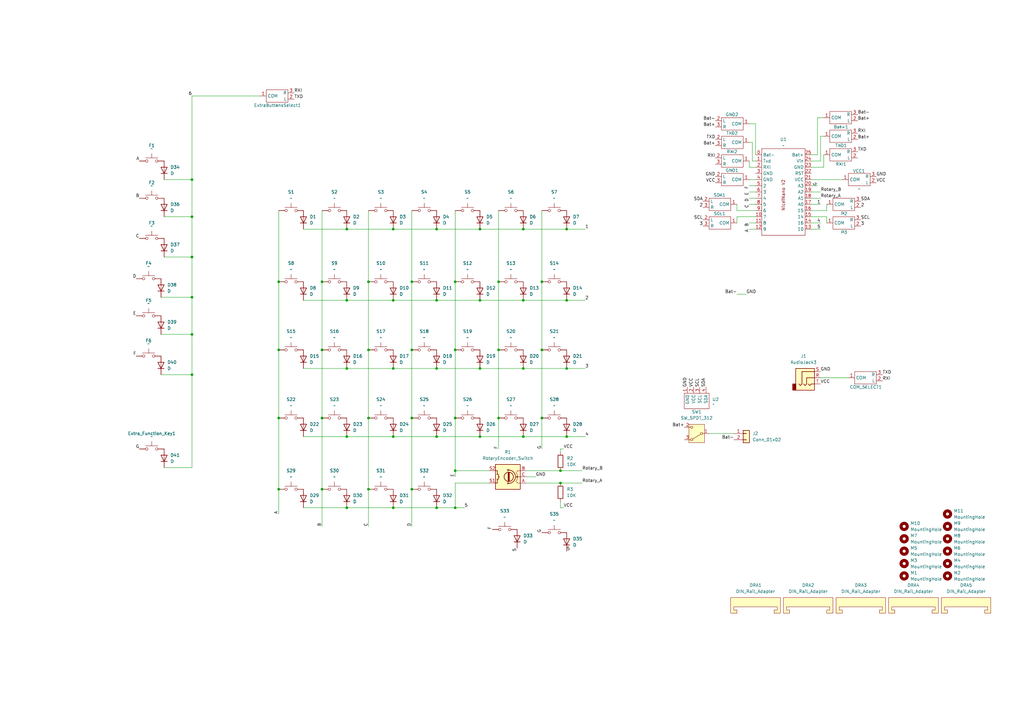
<source format=kicad_sch>
(kicad_sch (version 20231120) (generator "eeschema") (generator_version "8.0")
  (paper "A3")
  (junction (at 78.74 73.66))
  (junction (at 229.87 198.12))
  (junction (at 222.25 143.51))
  (junction (at 214.63 179.07))
  (junction (at 214.63 93.98))
  (junction (at 142.24 93.98))
  (junction (at 114.3 143.51))
  (junction (at 179.07 151.13))
  (junction (at 186.69 171.45))
  (junction (at 114.3 200.66))
  (junction (at 151.13 200.66))
  (junction (at 179.07 123.19))
  (junction (at 114.3 115.57))
  (junction (at 132.08 171.45))
  (junction (at 132.08 200.66))
  (junction (at 168.91 143.51))
  (junction (at 186.69 208.28))
  (junction (at 161.29 151.13))
  (junction (at 161.29 208.28))
  (junction (at 78.74 121.92))
  (junction (at 186.69 143.51))
  (junction (at 214.63 151.13))
  (junction (at 196.85 151.13))
  (junction (at 151.13 171.45))
  (junction (at 114.3 171.45))
  (junction (at 232.41 93.98))
  (junction (at 161.29 179.07))
  (junction (at 204.47 115.57))
  (junction (at 179.07 179.07))
  (junction (at 161.29 123.19))
  (junction (at 168.91 115.57))
  (junction (at 204.47 171.45))
  (junction (at 229.87 193.04))
  (junction (at 222.25 115.57))
  (junction (at 222.25 171.45))
  (junction (at 179.07 93.98))
  (junction (at 132.08 115.57))
  (junction (at 179.07 208.28))
  (junction (at 78.74 153.67))
  (junction (at 78.74 105.41))
  (junction (at 142.24 123.19))
  (junction (at 232.41 151.13))
  (junction (at 196.85 93.98))
  (junction (at 132.08 143.51))
  (junction (at 214.63 123.19))
  (junction (at 186.69 115.57))
  (junction (at 168.91 200.66))
  (junction (at 151.13 143.51))
  (junction (at 78.74 137.16))
  (junction (at 168.91 171.45))
  (junction (at 232.41 123.19))
  (junction (at 161.29 93.98))
  (junction (at 78.74 88.9))
  (junction (at 196.85 179.07))
  (junction (at 142.24 208.28))
  (junction (at 142.24 151.13))
  (junction (at 151.13 115.57))
  (junction (at 232.41 179.07))
  (junction (at 186.69 193.04))
  (junction (at 142.24 179.07))
  (junction (at 204.47 143.51))
  (junction (at 196.85 123.19))
  (wire (pts (xy 179.07 179.07) (xy 196.85 179.07)))
  (wire (pts (xy 66.04 121.92) (xy 78.74 121.92)))
  (wire (pts (xy 142.24 179.07) (xy 161.29 179.07)))
  (wire (pts (xy 114.3 200.66) (xy 114.3 210.82)))
  (wire (pts (xy 307.34 58.42) (xy 308.61 58.42)))
  (wire (pts (xy 337.82 68.58) (xy 332.74 68.58)))
  (wire (pts (xy 151.13 115.57) (xy 151.13 143.51)))
  (wire (pts (xy 307.34 93.98) (xy 309.88 93.98)))
  (wire (pts (xy 124.46 151.13) (xy 142.24 151.13)))
  (wire (pts (xy 307.34 76.2) (xy 309.88 76.2)))
  (wire (pts (xy 307.34 73.66) (xy 309.88 73.66)))
  (wire (pts (xy 78.74 153.67) (xy 66.04 153.67)))
  (wire (pts (xy 168.91 200.66) (xy 168.91 215.9)))
  (wire (pts (xy 336.55 154.94) (xy 347.98 154.94)))
  (wire (pts (xy 337.82 63.5) (xy 337.82 68.58)))
  (wire (pts (xy 142.24 123.19) (xy 161.29 123.19)))
  (wire (pts (xy 307.34 81.28) (xy 309.88 81.28)))
  (wire (pts (xy 307.34 68.58) (xy 309.88 68.58)))
  (wire (pts (xy 186.69 171.45) (xy 186.69 143.51)))
  (wire (pts (xy 179.07 123.19) (xy 196.85 123.19)))
  (wire (pts (xy 151.13 200.66) (xy 151.13 215.9)))
  (wire (pts (xy 186.69 198.12) (xy 186.69 208.28)))
  (wire (pts (xy 78.74 73.66) (xy 67.31 73.66)))
  (wire (pts (xy 306.07 120.65) (xy 302.26 120.65)))
  (wire (pts (xy 215.9 193.04) (xy 229.87 193.04)))
  (wire (pts (xy 186.69 208.28) (xy 190.5 208.28)))
  (wire (pts (xy 66.04 137.16) (xy 78.74 137.16)))
  (wire (pts (xy 332.74 91.44) (xy 336.55 91.44)))
  (wire (pts (xy 151.13 171.45) (xy 151.13 200.66)))
  (wire (pts (xy 78.74 39.37) (xy 78.74 73.66)))
  (wire (pts (xy 336.55 66.04) (xy 332.74 66.04)))
  (wire (pts (xy 332.74 73.66) (xy 345.44 73.66)))
  (wire (pts (xy 151.13 143.51) (xy 151.13 171.45)))
  (wire (pts (xy 339.09 88.9) (xy 339.09 91.44)))
  (wire (pts (xy 161.29 123.19) (xy 179.07 123.19)))
  (wire (pts (xy 332.74 76.2) (xy 335.28 76.2)))
  (wire (pts (xy 196.85 93.98) (xy 214.63 93.98)))
  (wire (pts (xy 78.74 153.67) (xy 78.74 191.77)))
  (wire (pts (xy 222.25 143.51) (xy 222.25 171.45)))
  (wire (pts (xy 186.69 193.04) (xy 186.69 195.58)))
  (wire (pts (xy 179.07 208.28) (xy 186.69 208.28)))
  (wire (pts (xy 161.29 151.13) (xy 179.07 151.13)))
  (wire (pts (xy 151.13 86.36) (xy 151.13 115.57)))
  (wire (pts (xy 114.3 115.57) (xy 114.3 143.51)))
  (wire (pts (xy 132.08 86.36) (xy 132.08 115.57)))
  (wire (pts (xy 204.47 143.51) (xy 204.47 171.45)))
  (wire (pts (xy 168.91 115.57) (xy 168.91 143.51)))
  (wire (pts (xy 186.69 143.51) (xy 186.69 115.57)))
  (wire (pts (xy 132.08 171.45) (xy 132.08 200.66)))
  (wire (pts (xy 332.74 88.9) (xy 339.09 88.9)))
  (wire (pts (xy 124.46 123.19) (xy 142.24 123.19)))
  (wire (pts (xy 229.87 185.42) (xy 229.87 184.15)))
  (wire (pts (xy 339.09 86.36) (xy 332.74 86.36)))
  (wire (pts (xy 214.63 179.07) (xy 232.41 179.07)))
  (wire (pts (xy 222.25 171.45) (xy 222.25 184.15)))
  (wire (pts (xy 161.29 208.28) (xy 179.07 208.28)))
  (wire (pts (xy 78.74 121.92) (xy 78.74 137.16)))
  (wire (pts (xy 302.26 88.9) (xy 309.88 88.9)))
  (wire (pts (xy 142.24 93.98) (xy 161.29 93.98)))
  (wire (pts (xy 196.85 179.07) (xy 214.63 179.07)))
  (wire (pts (xy 132.08 115.57) (xy 132.08 143.51)))
  (wire (pts (xy 161.29 179.07) (xy 179.07 179.07)))
  (wire (pts (xy 168.91 86.36) (xy 168.91 115.57)))
  (wire (pts (xy 196.85 123.19) (xy 214.63 123.19)))
  (wire (pts (xy 78.74 191.77) (xy 67.31 191.77)))
  (wire (pts (xy 196.85 151.13) (xy 214.63 151.13)))
  (wire (pts (xy 78.74 88.9) (xy 67.31 88.9)))
  (wire (pts (xy 229.87 198.12) (xy 238.76 198.12)))
  (wire (pts (xy 232.41 179.07) (xy 240.03 179.07)))
  (wire (pts (xy 204.47 86.36) (xy 204.47 115.57)))
  (wire (pts (xy 302.26 91.44) (xy 302.26 88.9)))
  (wire (pts (xy 229.87 205.74) (xy 229.87 208.28)))
  (wire (pts (xy 168.91 171.45) (xy 168.91 200.66)))
  (wire (pts (xy 222.25 115.57) (xy 222.25 143.51)))
  (wire (pts (xy 307.34 66.04) (xy 307.34 68.58)))
  (wire (pts (xy 114.3 143.51) (xy 114.3 171.45)))
  (wire (pts (xy 335.28 48.26) (xy 335.28 63.5)))
  (wire (pts (xy 124.46 179.07) (xy 142.24 179.07)))
  (wire (pts (xy 200.66 193.04) (xy 186.69 193.04)))
  (wire (pts (xy 200.66 198.12) (xy 186.69 198.12)))
  (wire (pts (xy 168.91 143.51) (xy 168.91 171.45)))
  (wire (pts (xy 332.74 83.82) (xy 336.55 83.82)))
  (wire (pts (xy 307.34 91.44) (xy 309.88 91.44)))
  (wire (pts (xy 302.26 83.82) (xy 302.26 86.36)))
  (wire (pts (xy 222.25 86.36) (xy 222.25 115.57)))
  (wire (pts (xy 78.74 39.37) (xy 106.68 39.37)))
  (wire (pts (xy 204.47 115.57) (xy 204.47 143.51)))
  (wire (pts (xy 161.29 93.98) (xy 179.07 93.98)))
  (wire (pts (xy 186.69 115.57) (xy 186.69 86.36)))
  (wire (pts (xy 335.28 63.5) (xy 332.74 63.5)))
  (wire (pts (xy 142.24 151.13) (xy 161.29 151.13)))
  (wire (pts (xy 332.74 78.74) (xy 336.55 78.74)))
  (wire (pts (xy 232.41 123.19) (xy 240.03 123.19)))
  (wire (pts (xy 67.31 105.41) (xy 78.74 105.41)))
  (wire (pts (xy 78.74 73.66) (xy 78.74 88.9)))
  (wire (pts (xy 229.87 193.04) (xy 238.76 193.04)))
  (wire (pts (xy 336.55 55.88) (xy 336.55 66.04)))
  (wire (pts (xy 78.74 88.9) (xy 78.74 105.41)))
  (wire (pts (xy 132.08 143.51) (xy 132.08 171.45)))
  (wire (pts (xy 214.63 93.98) (xy 232.41 93.98)))
  (wire (pts (xy 214.63 151.13) (xy 232.41 151.13)))
  (wire (pts (xy 332.74 93.98) (xy 336.55 93.98)))
  (wire (pts (xy 114.3 171.45) (xy 114.3 200.66)))
  (wire (pts (xy 179.07 151.13) (xy 196.85 151.13)))
  (wire (pts (xy 232.41 151.13) (xy 240.03 151.13)))
  (wire (pts (xy 142.24 208.28) (xy 161.29 208.28)))
  (wire (pts (xy 179.07 93.98) (xy 196.85 93.98)))
  (wire (pts (xy 308.61 58.42) (xy 308.61 66.04)))
  (wire (pts (xy 124.46 208.28) (xy 142.24 208.28)))
  (wire (pts (xy 78.74 105.41) (xy 78.74 121.92)))
  (wire (pts (xy 114.3 86.36) (xy 114.3 115.57)))
  (wire (pts (xy 132.08 200.66) (xy 132.08 215.9)))
  (wire (pts (xy 290.83 177.8) (xy 300.99 177.8)))
  (wire (pts (xy 78.74 137.16) (xy 78.74 153.67)))
  (wire (pts (xy 214.63 123.19) (xy 232.41 123.19)))
  (wire (pts (xy 204.47 171.45) (xy 204.47 184.15)))
  (wire (pts (xy 308.61 66.04) (xy 309.88 66.04)))
  (wire (pts (xy 215.9 195.58) (xy 219.71 195.58)))
  (wire (pts (xy 309.88 50.8) (xy 309.88 63.5)))
  (wire (pts (xy 337.82 48.26) (xy 335.28 48.26)))
  (wire (pts (xy 307.34 78.74) (xy 309.88 78.74)))
  (wire (pts (xy 307.34 83.82) (xy 309.88 83.82)))
  (wire (pts (xy 229.87 208.28) (xy 231.14 208.28)))
  (wire (pts (xy 186.69 193.04) (xy 186.69 171.45)))
  (wire (pts (xy 332.74 81.28) (xy 336.55 81.28)))
  (wire (pts (xy 232.41 93.98) (xy 240.03 93.98)))
  (wire (pts (xy 124.46 93.98) (xy 142.24 93.98)))
  (wire (pts (xy 229.87 184.15) (xy 231.14 184.15)))
  (wire (pts (xy 215.9 198.12) (xy 229.87 198.12)))
  (wire (pts (xy 337.82 55.88) (xy 336.55 55.88)))
  (wire (pts (xy 339.09 83.82) (xy 339.09 86.36)))
  (wire (pts (xy 307.34 50.8) (xy 309.88 50.8)))
  (wire (pts (xy 302.26 86.36) (xy 309.88 86.36)))
  (label "F" (at 204.47 184.15 90))
  (label "Bat-" (at 302.26 120.65 180))
  (label "SCL" (at 287.02 158.75 90))
  (label "TXD" (at 361.95 153.67 0))
  (label "VCC" (at 284.48 158.75 90))
  (label "D" (at 55.88 114.3 180))
  (label "A" (at 307.34 93.98 270))
  (label "3" (at 353.06 92.71 0))
  (label "G" (at 57.15 184.15 180))
  (label "E" (at 186.69 195.58 90))
  (label "1" (at 336.55 83.82 180))
  (label "SDA" (at 353.06 82.55 0))
  (label "GND" (at 293.37 72.39 180))
  (label "VCC" (at 293.37 74.93 180))
  (label "5" (at 190.5 208.28 0))
  (label "3" (at 240.03 151.13 0))
  (label "5" (at 336.55 93.98 180))
  (label "B" (at 307.34 91.44 270))
  (label "C" (at 57.15 97.79 180))
  (label "VCC" (at 231.14 208.28 0))
  (label "3" (at 288.29 92.71 180))
  (label "Rotary_A" (at 336.55 81.28 0))
  (label "Bat-" (at 300.99 180.34 180))
  (label "Bat-" (at 351.79 46.99 0))
  (label "G" (at 335.28 76.2 90))
  (label "Bat+" (at 351.79 57.15 0))
  (label "2" (at 353.06 85.09 0))
  (label "GND" (at 336.55 152.4 0))
  (label "Bat+" (at 351.79 49.53 0))
  (label "B" (at 132.08 215.9 90))
  (label "RXI" (at 293.37 64.77 180))
  (label "TXD" (at 293.37 57.15 180))
  (label "D" (at 168.91 215.9 90))
  (label "RXI" (at 120.65 38.1 0))
  (label "5" (at 232.41 226.06 0))
  (label "TXD" (at 351.79 62.23 0))
  (label "Bat+" (at 280.67 175.26 180))
  (label "6" (at 78.74 39.37 180))
  (label "GND" (at 359.41 72.39 0))
  (label "SCL" (at 353.06 90.17 0))
  (label "RXI" (at 351.79 54.61 0))
  (label "GND" (at 281.94 158.75 90))
  (label "RXI" (at 361.95 156.21 0))
  (label "4" (at 240.03 179.07 0))
  (label "C" (at 307.34 83.82 270))
  (label "GND" (at 306.07 120.65 0))
  (label "Rotary_B" (at 336.55 78.74 0))
  (label "Bat-" (at 293.37 49.53 180))
  (label "5" (at 212.09 224.79 270))
  (label "Rotary_A" (at 238.76 198.12 0))
  (label "G" (at 222.25 218.44 90))
  (label "Bat+" (at 293.37 59.69 180))
  (label "1" (at 240.03 93.98 0))
  (label "A" (at 57.15 66.04 180))
  (label "A" (at 114.3 210.82 90))
  (label "C" (at 151.13 215.9 90))
  (label "F" (at 201.93 217.17 90))
  (label "4" (at 336.55 91.44 180))
  (label "TXD" (at 120.65 40.64 0))
  (label "SCL" (at 288.29 90.17 180))
  (label "2" (at 240.03 123.19 0))
  (label "F" (at 307.34 76.2 270))
  (label "E" (at 307.34 78.74 270))
  (label "SDA" (at 289.56 158.75 90))
  (label "VCC" (at 359.41 74.93 0))
  (label "VCC" (at 231.14 184.15 0))
  (label "G" (at 222.25 184.15 90))
  (label "F" (at 55.88 146.05 180))
  (label "2" (at 288.29 85.09 180))
  (label "Rotary_B" (at 238.76 193.04 0))
  (label "E" (at 55.88 129.54 180))
  (label "VCC" (at 336.55 157.48 0))
  (label "GND" (at 219.71 195.58 0))
  (label "SDA" (at 288.29 82.55 180))
  (label "D" (at 307.34 81.28 270))
  (label "B" (at 57.15 81.28 180))
  (label "Bat+" (at 293.37 52.07 180))
  (symbol (lib_id "Mechanical:MountingHole") (at 370.84 236.22 0) (unit 1) (exclude_from_sim yes) (in_bom no)
    (property "Reference" "M1" (at 373.38 234.9499 0) (effects (justify left)))
    (property "Value" "MountingHole" (at 373.38 237.4899 0) (effects (justify left)))
    (property "Footprint" "MountingHole:MountingHole_2.2mm_M2" (effects (hide yes)))
    (property "Description" "Mounting Hole without connection" (effects (hide yes)))
  )
  (symbol (lib_id "Device:D") (at 232.41 90.17 90) (unit 1)
    (property "Reference" "D7" (at 234.95 88.8999 90) (effects (justify right)))
    (property "Value" "D" (at 234.95 91.4399 90) (effects (justify right)))
    (property "Footprint" "Misc Keyboard Parts:reversable_diode" (effects (hide yes)))
    (property "Description" "Diode" (effects (hide yes)))
    (property "Sim.Device" "D" (effects (hide yes)))
    (property "Sim.Pins" "1=K 2=A" (effects (hide yes)))
  )
  (symbol (lib_id "Misc Keyboard Parts:SW_Kali_optional_reversable") (at 137.16 143.51 0) (unit 1)
    (property "Reference" "S16" (at 137.16 135.89 0))
    (property "Value" "~" (at 137.16 138.43 0))
    (property "Footprint" "keyswitches:Kailh_socket_MX_reversible" (effects (hide yes)))
    (property "Datasheet" "http://www.apem.com/int/index.php?controller=attachment&id_attachment=488" (effects (hide yes)))
    (property "Description" "MEC 5G single pole normally-open tactile switch" (effects (hide yes)))
  )
  (symbol (lib_id "Device:D") (at 232.41 222.25 90) (unit 1)
    (property "Reference" "D35" (at 234.95 220.9799 90) (effects (justify right)))
    (property "Value" "D" (at 234.95 223.5199 90) (effects (justify right)))
    (property "Footprint" "Misc Keyboard Parts:reversable_diode" (effects (hide yes)))
    (property "Description" "Diode" (effects (hide yes)))
    (property "Sim.Device" "D" (effects (hide yes)))
    (property "Sim.Pins" "1=K 2=A" (effects (hide yes)))
  )
  (symbol (lib_id "Misc Keyboard Parts:SW_Kali_optional_reversable") (at 191.77 86.36 0) (unit 1)
    (property "Reference" "S5" (at 191.77 78.74 0))
    (property "Value" "~" (at 191.77 81.28 0))
    (property "Footprint" "keyswitches:Kailh_socket_MX_reversible" (effects (hide yes)))
    (property "Datasheet" "http://www.apem.com/int/index.php?controller=attachment&id_attachment=488" (effects (hide yes)))
    (property "Description" "MEC 5G single pole normally-open tactile switch" (effects (hide yes)))
  )
  (symbol (lib_id "Misc Keyboard Parts:SW_Kali_optional_reversable") (at 209.55 86.36 0) (unit 1)
    (property "Reference" "S6" (at 209.55 78.74 0))
    (property "Value" "~" (at 209.55 81.28 0))
    (property "Footprint" "keyswitches:Kailh_socket_MX_reversible" (effects (hide yes)))
    (property "Datasheet" "http://www.apem.com/int/index.php?controller=attachment&id_attachment=488" (effects (hide yes)))
    (property "Description" "MEC 5G single pole normally-open tactile switch" (effects (hide yes)))
  )
  (symbol (lib_id "Misc Keyboard Parts:Side_Indicator") (at 299.72 73.66 0) (unit 1)
    (property "Reference" "GND1" (at 300.228 69.85 0))
    (property "Value" "~" (at 300.355 69.85 0))
    (property "Footprint" "Misc Keyboard Parts:Side Indicator - Improved" (effects (hide yes)))
  )
  (symbol (lib_id "Misc Keyboard Parts:SW_Kali_optional_reversable") (at 173.99 143.51 0) (unit 1)
    (property "Reference" "S18" (at 173.99 135.89 0))
    (property "Value" "~" (at 173.99 138.43 0))
    (property "Footprint" "keyswitches:Kailh_socket_MX_reversible" (effects (hide yes)))
    (property "Datasheet" "http://www.apem.com/int/index.php?controller=attachment&id_attachment=488" (effects (hide yes)))
    (property "Description" "MEC 5G single pole normally-open tactile switch" (effects (hide yes)))
  )
  (symbol (lib_id "Misc Keyboard Parts:SW_Kali_optional_reversable") (at 62.23 66.04 0) (unit 1)
    (property "Reference" "F1" (at 62.23 59.69 0))
    (property "Value" "~" (at 62.23 60.96 0))
    (property "Footprint" "keyswitches:Kailh_socket_MX_reversible" (effects (hide yes)))
    (property "Datasheet" "http://www.apem.com/int/index.php?controller=attachment&id_attachment=488" (effects (hide yes)))
    (property "Description" "MEC 5G single pole normally-open tactile switch" (effects (hide yes)))
  )
  (symbol (lib_id "Misc Keyboard Parts:Side_Indicator") (at 345.44 48.26 180) (unit 1)
    (property "Reference" "Bat+1" (at 344.932 52.07 0))
    (property "Value" "~" (at 344.805 52.07 0))
    (property "Footprint" "Misc Keyboard Parts:Side Indicator - Improved" (effects (hide yes)))
  )
  (symbol (lib_id "Misc Keyboard Parts:SW_Kali_optional_reversable") (at 173.99 200.66 0) (unit 1)
    (property "Reference" "S32" (at 173.99 193.04 0))
    (property "Value" "~" (at 173.99 195.58 0))
    (property "Footprint" "keyswitches:Kailh_socket_MX_reversible" (effects (hide yes)))
    (property "Datasheet" "http://www.apem.com/int/index.php?controller=attachment&id_attachment=488" (effects (hide yes)))
    (property "Description" "MEC 5G single pole normally-open tactile switch" (effects (hide yes)))
  )
  (symbol (lib_id "Misc Keyboard Parts:Side_Indicator") (at 114.3 39.37 180) (unit 1)
    (property "Reference" "ExtraButtonsSelect1" (at 113.792 43.18 0))
    (property "Value" "~" (at 113.665 43.18 0))
    (property "Footprint" "Misc Keyboard Parts:Side Indicator - Improved" (effects (hide yes)))
  )
  (symbol (lib_id "Device:D") (at 161.29 175.26 90) (unit 1)
    (property "Reference" "D24" (at 163.83 173.9899 90) (effects (justify right)))
    (property "Value" "D" (at 163.83 176.5299 90) (effects (justify right)))
    (property "Footprint" "Misc Keyboard Parts:reversable_diode" (effects (hide yes)))
    (property "Description" "Diode" (effects (hide yes)))
    (property "Sim.Device" "D" (effects (hide yes)))
    (property "Sim.Pins" "1=K 2=A" (effects (hide yes)))
  )
  (symbol (lib_id "Device:D") (at 232.41 119.38 90) (unit 1)
    (property "Reference" "D14" (at 234.95 118.1099 90) (effects (justify right)))
    (property "Value" "D" (at 234.95 120.6499 90) (effects (justify right)))
    (property "Footprint" "Misc Keyboard Parts:reversable_diode" (effects (hide yes)))
    (property "Description" "Diode" (effects (hide yes)))
    (property "Sim.Device" "D" (effects (hide yes)))
    (property "Sim.Pins" "1=K 2=A" (effects (hide yes)))
  )
  (symbol (lib_id "Device:D") (at 161.29 147.32 90) (unit 1)
    (property "Reference" "D17" (at 163.83 146.0499 90) (effects (justify right)))
    (property "Value" "D" (at 163.83 148.5899 90) (effects (justify right)))
    (property "Footprint" "Misc Keyboard Parts:reversable_diode" (effects (hide yes)))
    (property "Description" "Diode" (effects (hide yes)))
    (property "Sim.Device" "D" (effects (hide yes)))
    (property "Sim.Pins" "1=K 2=A" (effects (hide yes)))
  )
  (symbol (lib_id "Device:D") (at 232.41 147.32 90) (unit 1)
    (property "Reference" "D21" (at 234.95 146.0499 90) (effects (justify right)))
    (property "Value" "D" (at 234.95 148.5899 90) (effects (justify right)))
    (property "Footprint" "Misc Keyboard Parts:reversable_diode" (effects (hide yes)))
    (property "Description" "Diode" (effects (hide yes)))
    (property "Sim.Device" "D" (effects (hide yes)))
    (property "Sim.Pins" "1=K 2=A" (effects (hide yes)))
  )
  (symbol (lib_id "Device:D") (at 161.29 90.17 90) (unit 1)
    (property "Reference" "D3" (at 163.83 88.8999 90) (effects (justify right)))
    (property "Value" "D" (at 163.83 91.4399 90) (effects (justify right)))
    (property "Footprint" "Misc Keyboard Parts:reversable_diode" (effects (hide yes)))
    (property "Description" "Diode" (effects (hide yes)))
    (property "Sim.Device" "D" (effects (hide yes)))
    (property "Sim.Pins" "1=K 2=A" (effects (hide yes)))
  )
  (symbol (lib_id "Device:D") (at 67.31 187.96 90) (unit 1)
    (property "Reference" "D41" (at 69.85 186.6899 90) (effects (justify right)))
    (property "Value" "D" (at 69.85 189.2299 90) (effects (justify right)))
    (property "Footprint" "Misc Keyboard Parts:reversable_diode" (effects (hide yes)))
    (property "Description" "Diode" (effects (hide yes)))
    (property "Sim.Device" "D" (effects (hide yes)))
    (property "Sim.Pins" "1=K 2=A" (effects (hide yes)))
  )
  (symbol (lib_id "Device:D") (at 142.24 147.32 90) (unit 1)
    (property "Reference" "D16" (at 144.78 146.0499 90) (effects (justify right)))
    (property "Value" "D" (at 144.78 148.5899 90) (effects (justify right)))
    (property "Footprint" "Misc Keyboard Parts:reversable_diode" (effects (hide yes)))
    (property "Description" "Diode" (effects (hide yes)))
    (property "Sim.Device" "D" (effects (hide yes)))
    (property "Sim.Pins" "1=K 2=A" (effects (hide yes)))
  )
  (symbol (lib_id "Device:D") (at 66.04 149.86 90) (unit 1)
    (property "Reference" "D40" (at 68.58 148.5899 90) (effects (justify right)))
    (property "Value" "D" (at 68.58 151.1299 90) (effects (justify right)))
    (property "Footprint" "Misc Keyboard Parts:reversable_diode" (effects (hide yes)))
    (property "Description" "Diode" (effects (hide yes)))
    (property "Sim.Device" "D" (effects (hide yes)))
    (property "Sim.Pins" "1=K 2=A" (effects (hide yes)))
  )
  (symbol (lib_id "Misc Keyboard Parts:SW_Kali_optional_reversable") (at 156.21 200.66 0) (unit 1)
    (property "Reference" "S31" (at 156.21 193.04 0))
    (property "Value" "~" (at 156.21 195.58 0))
    (property "Footprint" "keyswitches:Kailh_socket_MX_reversible" (effects (hide yes)))
    (property "Datasheet" "http://www.apem.com/int/index.php?controller=attachment&id_attachment=488" (effects (hide yes)))
    (property "Description" "MEC 5G single pole normally-open tactile switch" (effects (hide yes)))
  )
  (symbol (lib_id "Misc Keyboard Parts:SW_Kali_optional_reversable") (at 62.23 81.28 0) (unit 1)
    (property "Reference" "F2" (at 62.23 74.93 0))
    (property "Value" "~" (at 62.23 76.2 0))
    (property "Footprint" "keyswitches:Kailh_socket_MX_reversible" (effects (hide yes)))
    (property "Datasheet" "http://www.apem.com/int/index.php?controller=attachment&id_attachment=488" (effects (hide yes)))
    (property "Description" "MEC 5G single pole normally-open tactile switch" (effects (hide yes)))
  )
  (symbol (lib_id "Device:D") (at 196.85 119.38 90) (unit 1)
    (property "Reference" "D12" (at 199.39 118.1099 90) (effects (justify right)))
    (property "Value" "D" (at 199.39 120.6499 90) (effects (justify right)))
    (property "Footprint" "Misc Keyboard Parts:reversable_diode" (effects (hide yes)))
    (property "Description" "Diode" (effects (hide yes)))
    (property "Sim.Device" "D" (effects (hide yes)))
    (property "Sim.Pins" "1=K 2=A" (effects (hide yes)))
  )
  (symbol (lib_id "Device:D") (at 214.63 175.26 90) (unit 1)
    (property "Reference" "D27" (at 217.17 173.9899 90) (effects (justify right)))
    (property "Value" "D" (at 217.17 176.5299 90) (effects (justify right)))
    (property "Footprint" "Misc Keyboard Parts:reversable_diode" (effects (hide yes)))
    (property "Description" "Diode" (effects (hide yes)))
    (property "Sim.Device" "D" (effects (hide yes)))
    (property "Sim.Pins" "1=K 2=A" (effects (hide yes)))
  )
  (symbol (lib_id "Misc Keyboard Parts:SW_Kali_optional_reversable") (at 62.23 184.15 0) (unit 1)
    (property "Reference" "Extra_Function_Key1" (at 62.23 177.8 0))
    (property "Value" "~" (at 62.23 179.07 0))
    (property "Footprint" "keyswitches:Kailh_socket_MX_reversible" (effects (hide yes)))
    (property "Datasheet" "http://www.apem.com/int/index.php?controller=attachment&id_attachment=488" (effects (hide yes)))
    (property "Description" "MEC 5G single pole normally-open tactile switch" (effects (hide yes)))
  )
  (symbol (lib_id "Misc Keyboard Parts:SW_Kali_optional_reversable") (at 191.77 115.57 0) (unit 1)
    (property "Reference" "S12" (at 191.77 107.95 0))
    (property "Value" "~" (at 191.77 110.49 0))
    (property "Footprint" "keyswitches:Kailh_socket_MX_reversible" (effects (hide yes)))
    (property "Datasheet" "http://www.apem.com/int/index.php?controller=attachment&id_attachment=488" (effects (hide yes)))
    (property "Description" "MEC 5G single pole normally-open tactile switch" (effects (hide yes)))
  )
  (symbol (lib_id "Device:D") (at 124.46 204.47 90) (unit 1)
    (property "Reference" "D29" (at 127 203.1999 90) (effects (justify right)))
    (property "Value" "D" (at 127 205.7399 90) (effects (justify right)))
    (property "Footprint" "Misc Keyboard Parts:reversable_diode" (effects (hide yes)))
    (property "Description" "Diode" (effects (hide yes)))
    (property "Sim.Device" "D" (effects (hide yes)))
    (property "Sim.Pins" "1=K 2=A" (effects (hide yes)))
  )
  (symbol (lib_id "Device:D") (at 67.31 69.85 90) (unit 1)
    (property "Reference" "D34" (at 69.85 68.5799 90) (effects (justify right)))
    (property "Value" "D" (at 69.85 71.1199 90) (effects (justify right)))
    (property "Footprint" "Misc Keyboard Parts:reversable_diode" (effects (hide yes)))
    (property "Description" "Diode" (effects (hide yes)))
    (property "Sim.Device" "D" (effects (hide yes)))
    (property "Sim.Pins" "1=K 2=A" (effects (hide yes)))
  )
  (symbol (lib_id "Device:D") (at 214.63 90.17 90) (unit 1)
    (property "Reference" "D6" (at 217.17 88.8999 90) (effects (justify right)))
    (property "Value" "D" (at 217.17 91.4399 90) (effects (justify right)))
    (property "Footprint" "Misc Keyboard Parts:reversable_diode" (effects (hide yes)))
    (property "Description" "Diode" (effects (hide yes)))
    (property "Sim.Device" "D" (effects (hide yes)))
    (property "Sim.Pins" "1=K 2=A" (effects (hide yes)))
  )
  (symbol (lib_id "Connector_Audio:AudioJack3") (at 331.47 154.94 0) (unit 1)
    (property "Reference" "J1" (at 329.565 146.05 0))
    (property "Value" "AudioJack3" (at 329.565 148.59 0))
    (property "Footprint" "Misc Keyboard Parts:Jack_3.5mm_CUI_SJ1-3533NG_Horizontal Reversable" (effects (hide yes)))
    (property "Description" "Audio Jack, 3 Poles (Stereo / TRS)" (effects (hide yes)))
  )
  (symbol (lib_id "Device:D") (at 124.46 147.32 90) (unit 1)
    (property "Reference" "D15" (at 127 146.0499 90) (effects (justify right)))
    (property "Value" "D" (at 127 148.5899 90) (effects (justify right)))
    (property "Footprint" "Misc Keyboard Parts:reversable_diode" (effects (hide yes)))
    (property "Description" "Diode" (effects (hide yes)))
    (property "Sim.Device" "D" (effects (hide yes)))
    (property "Sim.Pins" "1=K 2=A" (effects (hide yes)))
  )
  (symbol (lib_id "Misc Keyboard Parts:Side_Indicator") (at 345.44 63.5 180) (unit 1)
    (property "Reference" "RXI1" (at 344.932 67.31 0))
    (property "Value" "~" (at 344.805 67.31 0))
    (property "Footprint" "Misc Keyboard Parts:Side Indicator - Improved" (effects (hide yes)))
  )
  (symbol (lib_id "Device:D") (at 142.24 90.17 90) (unit 1)
    (property "Reference" "D2" (at 144.78 88.8999 90) (effects (justify right)))
    (property "Value" "D" (at 144.78 91.4399 90) (effects (justify right)))
    (property "Footprint" "Misc Keyboard Parts:reversable_diode" (effects (hide yes)))
    (property "Description" "Diode" (effects (hide yes)))
    (property "Sim.Device" "D" (effects (hide yes)))
    (property "Sim.Pins" "1=K 2=A" (effects (hide yes)))
  )
  (symbol (lib_id "Device:D") (at 179.07 147.32 90) (unit 1)
    (property "Reference" "D18" (at 181.61 146.0499 90) (effects (justify right)))
    (property "Value" "D" (at 181.61 148.5899 90) (effects (justify right)))
    (property "Footprint" "Misc Keyboard Parts:reversable_diode" (effects (hide yes)))
    (property "Description" "Diode" (effects (hide yes)))
    (property "Sim.Device" "D" (effects (hide yes)))
    (property "Sim.Pins" "1=K 2=A" (effects (hide yes)))
  )
  (symbol (lib_id "Mechanical:MountingHole") (at 388.62 226.06 0) (unit 1) (exclude_from_sim yes) (in_bom no)
    (property "Reference" "M6" (at 391.16 224.7899 0) (effects (justify left)))
    (property "Value" "MountingHole" (at 391.16 227.3299 0) (effects (justify left)))
    (property "Footprint" "MountingHole:MountingHole_2.2mm_M2" (effects (hide yes)))
    (property "Description" "Mounting Hole without connection" (effects (hide yes)))
  )
  (symbol (lib_id "Misc Keyboard Parts:SW_Kali_optional_reversable") (at 191.77 171.45 0) (unit 1)
    (property "Reference" "S26" (at 191.77 163.83 0))
    (property "Value" "~" (at 191.77 166.37 0))
    (property "Footprint" "keyswitches:Kailh_socket_MX_reversible" (effects (hide yes)))
    (property "Datasheet" "http://www.apem.com/int/index.php?controller=attachment&id_attachment=488" (effects (hide yes)))
    (property "Description" "MEC 5G single pole normally-open tactile switch" (effects (hide yes)))
  )
  (symbol (lib_id "Device:D") (at 179.07 204.47 90) (unit 1)
    (property "Reference" "D32" (at 181.61 203.1999 90) (effects (justify right)))
    (property "Value" "D" (at 181.61 205.7399 90) (effects (justify right)))
    (property "Footprint" "Misc Keyboard Parts:reversable_diode" (effects (hide yes)))
    (property "Description" "Diode" (effects (hide yes)))
    (property "Sim.Device" "D" (effects (hide yes)))
    (property "Sim.Pins" "1=K 2=A" (effects (hide yes)))
  )
  (symbol (lib_id "Device:D") (at 179.07 119.38 90) (unit 1)
    (property "Reference" "D11" (at 181.61 118.1099 90) (effects (justify right)))
    (property "Value" "D" (at 181.61 120.6499 90) (effects (justify right)))
    (property "Footprint" "Misc Keyboard Parts:reversable_diode" (effects (hide yes)))
    (property "Description" "Diode" (effects (hide yes)))
    (property "Sim.Device" "D" (effects (hide yes)))
    (property "Sim.Pins" "1=K 2=A" (effects (hide yes)))
  )
  (symbol (lib_id "Mechanical:MountingHole") (at 388.62 215.9 0) (unit 1) (exclude_from_sim yes) (in_bom no)
    (property "Reference" "M9" (at 391.16 214.6299 0) (effects (justify left)))
    (property "Value" "MountingHole" (at 391.16 217.1699 0) (effects (justify left)))
    (property "Footprint" "MountingHole:MountingHole_2.2mm_M2" (effects (hide yes)))
    (property "Description" "Mounting Hole without connection" (effects (hide yes)))
  )
  (symbol (lib_id "Misc Keyboard Parts:Side_Indicator") (at 294.64 91.44 0) (unit 1)
    (property "Reference" "SCL1" (at 295.148 87.63 0))
    (property "Value" "~" (at 295.275 87.63 0))
    (property "Footprint" "Misc Keyboard Parts:Side Indicator - Improved" (effects (hide yes)))
  )
  (symbol (lib_id "Misc Keyboard Parts:SW_Kali_optional_reversable") (at 227.33 218.44 0) (unit 1)
    (property "Reference" "S35" (at 227.33 210.82 0))
    (property "Value" "~" (at 227.33 213.36 0))
    (property "Footprint" "keyswitches:Kailh_socket_MX_reversible" (effects (hide yes)))
    (property "Datasheet" "http://www.apem.com/int/index.php?controller=attachment&id_attachment=488" (effects (hide yes)))
    (property "Description" "MEC 5G single pole normally-open tactile switch" (effects (hide yes)))
  )
  (symbol (lib_id "Mechanical:MountingHole") (at 370.84 220.98 0) (unit 1) (exclude_from_sim yes) (in_bom no)
    (property "Reference" "M7" (at 373.38 219.7099 0) (effects (justify left)))
    (property "Value" "MountingHole" (at 373.38 222.2499 0) (effects (justify left)))
    (property "Footprint" "MountingHole:MountingHole_2.2mm_M2" (effects (hide yes)))
    (property "Description" "Mounting Hole without connection" (effects (hide yes)))
  )
  (symbol (lib_id "Device:D") (at 161.29 204.47 90) (unit 1)
    (property "Reference" "D31" (at 163.83 203.1999 90) (effects (justify right)))
    (property "Value" "D" (at 163.83 205.7399 90) (effects (justify right)))
    (property "Footprint" "Misc Keyboard Parts:reversable_diode" (effects (hide yes)))
    (property "Description" "Diode" (effects (hide yes)))
    (property "Sim.Device" "D" (effects (hide yes)))
    (property "Sim.Pins" "1=K 2=A" (effects (hide yes)))
  )
  (symbol (lib_id "Misc Keyboard Parts:I2C_Screen") (at 285.75 165.1 0) (unit 1)
    (property "Reference" "U2" (at 292.1 163.8299 0) (effects (justify left)))
    (property "Value" "~" (at 292.1 165.735 0) (effects (justify left)))
    (property "Footprint" "Misc Keyboard Parts:Screen" (effects (hide yes)))
  )
  (symbol (lib_id "Misc Keyboard Parts:SW_Kali_optional_reversable") (at 60.96 129.54 0) (unit 1)
    (property "Reference" "F5" (at 60.96 123.19 0))
    (property "Value" "~" (at 60.96 124.46 0))
    (property "Footprint" "keyswitches:Kailh_socket_MX_reversible" (effects (hide yes)))
    (property "Datasheet" "http://www.apem.com/int/index.php?controller=attachment&id_attachment=488" (effects (hide yes)))
    (property "Description" "MEC 5G single pole normally-open tactile switch" (effects (hide yes)))
  )
  (symbol (lib_id "Mechanical:MountingHole") (at 370.84 215.9 0) (unit 1) (exclude_from_sim yes) (in_bom no)
    (property "Reference" "M10" (at 373.38 214.6299 0) (effects (justify left)))
    (property "Value" "MountingHole" (at 373.38 217.1699 0) (effects (justify left)))
    (property "Footprint" "MountingHole:MountingHole_2.2mm_M2" (effects (hide yes)))
    (property "Description" "Mounting Hole without connection" (effects (hide yes)))
  )
  (symbol (lib_id "Mechanical:DIN_Rail_Adapter") (at 309.88 247.65 0) (unit 1) (exclude_from_sim yes)
    (property "Reference" "DRA1" (at 309.88 240.03 0))
    (property "Value" "DIN_Rail_Adapter" (at 309.88 242.57 0))
    (property "Footprint" "keyswitches:Stabilizer_MX_2u" (effects (hide yes)))
    (property "Description" "DIN Rail adapter universal, mounting holes without connection" (effects (hide yes)))
  )
  (symbol (lib_id "Misc Keyboard Parts:SW_Kali_optional_reversable") (at 119.38 86.36 0) (unit 1)
    (property "Reference" "S1" (at 119.38 78.74 0))
    (property "Value" "~" (at 119.38 81.28 0))
    (property "Footprint" "keyswitches:Kailh_socket_MX_reversible" (effects (hide yes)))
    (property "Datasheet" "http://www.apem.com/int/index.php?controller=attachment&id_attachment=488" (effects (hide yes)))
    (property "Description" "MEC 5G single pole normally-open tactile switch" (effects (hide yes)))
  )
  (symbol (lib_id "Device:D") (at 196.85 147.32 90) (unit 1)
    (property "Reference" "D19" (at 199.39 146.0499 90) (effects (justify right)))
    (property "Value" "D" (at 199.39 148.5899 90) (effects (justify right)))
    (property "Footprint" "Misc Keyboard Parts:reversable_diode" (effects (hide yes)))
    (property "Description" "Diode" (effects (hide yes)))
    (property "Sim.Device" "D" (effects (hide yes)))
    (property "Sim.Pins" "1=K 2=A" (effects (hide yes)))
  )
  (symbol (lib_id "Misc Keyboard Parts:SW_Kali_optional_reversable") (at 119.38 171.45 0) (unit 1)
    (property "Reference" "S22" (at 119.38 163.83 0))
    (property "Value" "~" (at 119.38 166.37 0))
    (property "Footprint" "keyswitches:Kailh_socket_MX_reversible" (effects (hide yes)))
    (property "Datasheet" "http://www.apem.com/int/index.php?controller=attachment&id_attachment=488" (effects (hide yes)))
    (property "Description" "MEC 5G single pole normally-open tactile switch" (effects (hide yes)))
  )
  (symbol (lib_id "Misc Keyboard Parts:Nice!Nano V2 W/Battery") (at 321.31 78.74 0) (unit 1)
    (property "Reference" "U1" (at 321.31 57.15 0))
    (property "Value" "~" (at 321.31 59.69 0))
    (property "Footprint" "Misc Keyboard Parts:Nice!NanoV2" (effects (hide yes)))
  )
  (symbol (lib_id "Device:D") (at 179.07 175.26 90) (unit 1)
    (property "Reference" "D25" (at 181.61 173.9899 90) (effects (justify right)))
    (property "Value" "D" (at 181.61 176.5299 90) (effects (justify right)))
    (property "Footprint" "Misc Keyboard Parts:reversable_diode" (effects (hide yes)))
    (property "Description" "Diode" (effects (hide yes)))
    (property "Sim.Device" "D" (effects (hide yes)))
    (property "Sim.Pins" "1=K 2=A" (effects (hide yes)))
  )
  (symbol (lib_id "Mechanical:MountingHole") (at 370.84 231.14 0) (unit 1) (exclude_from_sim yes) (in_bom no)
    (property "Reference" "M3" (at 373.38 229.8699 0) (effects (justify left)))
    (property "Value" "MountingHole" (at 373.38 232.4099 0) (effects (justify left)))
    (property "Footprint" "MountingHole:MountingHole_2.2mm_M2" (effects (hide yes)))
    (property "Description" "Mounting Hole without connection" (effects (hide yes)))
  )
  (symbol (lib_id "Device:D") (at 66.04 118.11 90) (unit 1)
    (property "Reference" "D38" (at 68.58 116.8399 90) (effects (justify right)))
    (property "Value" "D" (at 68.58 119.3799 90) (effects (justify right)))
    (property "Footprint" "Misc Keyboard Parts:reversable_diode" (effects (hide yes)))
    (property "Description" "Diode" (effects (hide yes)))
    (property "Sim.Device" "D" (effects (hide yes)))
    (property "Sim.Pins" "1=K 2=A" (effects (hide yes)))
  )
  (symbol (lib_id "Mechanical:DIN_Rail_Adapter") (at 374.65 247.65 0) (unit 1) (exclude_from_sim yes)
    (property "Reference" "DRA4" (at 374.65 240.03 0))
    (property "Value" "DIN_Rail_Adapter" (at 374.65 242.57 0))
    (property "Footprint" "keyswitches:Stabilizer_MX_2u" (effects (hide yes)))
    (property "Description" "DIN Rail adapter universal, mounting holes without connection" (effects (hide yes)))
  )
  (symbol (lib_id "Device:D") (at 66.04 133.35 90) (unit 1)
    (property "Reference" "D39" (at 68.58 132.0799 90) (effects (justify right)))
    (property "Value" "D" (at 68.58 134.6199 90) (effects (justify right)))
    (property "Footprint" "Misc Keyboard Parts:reversable_diode" (effects (hide yes)))
    (property "Description" "Diode" (effects (hide yes)))
    (property "Sim.Device" "D" (effects (hide yes)))
    (property "Sim.Pins" "1=K 2=A" (effects (hide yes)))
  )
  (symbol (lib_id "Misc Keyboard Parts:SW_Kali_optional_reversable") (at 173.99 171.45 0) (unit 1)
    (property "Reference" "S25" (at 173.99 163.83 0))
    (property "Value" "~" (at 173.99 166.37 0))
    (property "Footprint" "keyswitches:Kailh_socket_MX_reversible" (effects (hide yes)))
    (property "Datasheet" "http://www.apem.com/int/index.php?controller=attachment&id_attachment=488" (effects (hide yes)))
    (property "Description" "MEC 5G single pole normally-open tactile switch" (effects (hide yes)))
  )
  (symbol (lib_id "Device:R") (at 229.87 189.23 0) (unit 1)
    (property "Reference" "R2" (at 232.41 187.9599 0) (effects (justify left)))
    (property "Value" "10K" (at 232.41 190.4999 0) (effects (justify left)))
    (property "Footprint" "Resistor_THT:R_Axial_DIN0204_L3.6mm_D1.6mm_P7.62mm_Horizontal" (effects (hide yes)))
    (property "Description" "Resistor" (effects (hide yes)))
  )
  (symbol (lib_id "Mechanical:DIN_Rail_Adapter") (at 331.47 247.65 0) (unit 1) (exclude_from_sim yes)
    (property "Reference" "DRA2" (at 331.47 240.03 0))
    (property "Value" "DIN_Rail_Adapter" (at 331.47 242.57 0))
    (property "Footprint" "keyswitches:Stabilizer_MX_2u" (effects (hide yes)))
    (property "Description" "DIN Rail adapter universal, mounting holes without connection" (effects (hide yes)))
  )
  (symbol (lib_id "Mechanical:MountingHole") (at 388.62 220.98 0) (unit 1) (exclude_from_sim yes) (in_bom no)
    (property "Reference" "M8" (at 391.16 219.7099 0) (effects (justify left)))
    (property "Value" "MountingHole" (at 391.16 222.2499 0) (effects (justify left)))
    (property "Footprint" "MountingHole:MountingHole_2.2mm_M2" (effects (hide yes)))
    (property "Description" "Mounting Hole without connection" (effects (hide yes)))
  )
  (symbol (lib_id "Device:D") (at 212.09 220.98 90) (unit 1)
    (property "Reference" "D33" (at 214.63 219.7099 90) (effects (justify right)))
    (property "Value" "D" (at 214.63 222.2499 90) (effects (justify right)))
    (property "Footprint" "Misc Keyboard Parts:reversable_diode" (effects (hide yes)))
    (property "Description" "Diode" (effects (hide yes)))
    (property "Sim.Device" "D" (effects (hide yes)))
    (property "Sim.Pins" "1=K 2=A" (effects (hide yes)))
  )
  (symbol (lib_id "Device:D") (at 161.29 119.38 90) (unit 1)
    (property "Reference" "D10" (at 163.83 118.1099 90) (effects (justify right)))
    (property "Value" "D" (at 163.83 120.6499 90) (effects (justify right)))
    (property "Footprint" "Misc Keyboard Parts:reversable_diode" (effects (hide yes)))
    (property "Description" "Diode" (effects (hide yes)))
    (property "Sim.Device" "D" (effects (hide yes)))
    (property "Sim.Pins" "1=K 2=A" (effects (hide yes)))
  )
  (symbol (lib_id "Mechanical:MountingHole") (at 388.62 231.14 0) (unit 1) (exclude_from_sim yes) (in_bom no)
    (property "Reference" "M4" (at 391.16 229.8699 0) (effects (justify left)))
    (property "Value" "MountingHole" (at 391.16 232.4099 0) (effects (justify left)))
    (property "Footprint" "MountingHole:MountingHole_2.2mm_M2" (effects (hide yes)))
    (property "Description" "Mounting Hole without connection" (effects (hide yes)))
  )
  (symbol (lib_id "Mechanical:MountingHole") (at 388.62 236.22 0) (unit 1) (exclude_from_sim yes) (in_bom no)
    (property "Reference" "M2" (at 391.16 234.9499 0) (effects (justify left)))
    (property "Value" "MountingHole" (at 391.16 237.4899 0) (effects (justify left)))
    (property "Footprint" "MountingHole:MountingHole_2.2mm_M2" (effects (hide yes)))
    (property "Description" "Mounting Hole without connection" (effects (hide yes)))
  )
  (symbol (lib_id "Misc Keyboard Parts:Side_Indicator") (at 345.44 55.88 180) (unit 1)
    (property "Reference" "TXD1" (at 344.932 59.69 0))
    (property "Value" "~" (at 344.805 59.69 0))
    (property "Footprint" "Misc Keyboard Parts:Side Indicator - Improved" (effects (hide yes)))
  )
  (symbol (lib_id "Misc Keyboard Parts:Side_Indicator") (at 355.6 154.94 180) (unit 1)
    (property "Reference" "COM_SELECT1" (at 355.092 158.75 0))
    (property "Value" "~" (at 354.965 158.75 0))
    (property "Footprint" "Misc Keyboard Parts:Side Indicator - Improved" (effects (hide yes)))
  )
  (symbol (lib_id "Misc Keyboard Parts:SW_Kali_optional_reversable") (at 156.21 143.51 0) (unit 1)
    (property "Reference" "S17" (at 156.21 135.89 0))
    (property "Value" "~" (at 156.21 138.43 0))
    (property "Footprint" "keyswitches:Kailh_socket_MX_reversible" (effects (hide yes)))
    (property "Datasheet" "http://www.apem.com/int/index.php?controller=attachment&id_attachment=488" (effects (hide yes)))
    (property "Description" "MEC 5G single pole normally-open tactile switch" (effects (hide yes)))
  )
  (symbol (lib_id "Mechanical:DIN_Rail_Adapter") (at 353.06 247.65 0) (unit 1) (exclude_from_sim yes)
    (property "Reference" "DRA3" (at 353.06 240.03 0))
    (property "Value" "DIN_Rail_Adapter" (at 353.06 242.57 0))
    (property "Footprint" "keyswitches:Stabilizer_MX_2u" (effects (hide yes)))
    (property "Description" "DIN Rail adapter universal, mounting holes without connection" (effects (hide yes)))
  )
  (symbol (lib_id "Device:D") (at 196.85 175.26 90) (unit 1)
    (property "Reference" "D26" (at 199.39 173.9899 90) (effects (justify right)))
    (property "Value" "D" (at 199.39 176.5299 90) (effects (justify right)))
    (property "Footprint" "Misc Keyboard Parts:reversable_diode" (effects (hide yes)))
    (property "Description" "Diode" (effects (hide yes)))
    (property "Sim.Device" "D" (effects (hide yes)))
    (property "Sim.Pins" "1=K 2=A" (effects (hide yes)))
  )
  (symbol (lib_id "Misc Keyboard Parts:Side_Indicator") (at 346.71 91.44 180) (unit 1)
    (property "Reference" "P3" (at 346.202 95.25 0))
    (property "Value" "~" (at 346.075 95.25 0))
    (property "Footprint" "Misc Keyboard Parts:Side Indicator - Improved" (effects (hide yes)))
  )
  (symbol (lib_id "Misc Keyboard Parts:SW_Kali_optional_reversable") (at 156.21 115.57 0) (unit 1)
    (property "Reference" "S10" (at 156.21 107.95 0))
    (property "Value" "~" (at 156.21 110.49 0))
    (property "Footprint" "keyswitches:Kailh_socket_MX_reversible" (effects (hide yes)))
    (property "Datasheet" "http://www.apem.com/int/index.php?controller=attachment&id_attachment=488" (effects (hide yes)))
    (property "Description" "MEC 5G single pole normally-open tactile switch" (effects (hide yes)))
  )
  (symbol (lib_id "Connector_Generic:Conn_01x02") (at 306.07 177.8 0) (unit 1)
    (property "Reference" "J2" (at 308.61 177.7999 0) (effects (justify left)))
    (property "Value" "Conn_01x02" (at 308.61 180.3399 0) (effects (justify left)))
    (property "Footprint" "Connector_JST:JST_EH_S2B-EH_1x02_P2.50mm_Horizontal" (effects (hide yes)))
    (property "Description" "Generic connector, single row, 01x02, script generated (kicad-library-utils/schlib/autogen/connector/)" (effects (hide yes)))
  )
  (symbol (lib_id "Misc Keyboard Parts:SW_Kali_optional_reversable") (at 119.38 115.57 0) (unit 1)
    (property "Reference" "S8" (at 119.38 107.95 0))
    (property "Value" "~" (at 119.38 110.49 0))
    (property "Footprint" "keyswitches:Kailh_socket_MX_reversible" (effects (hide yes)))
    (property "Datasheet" "http://www.apem.com/int/index.php?controller=attachment&id_attachment=488" (effects (hide yes)))
    (property "Description" "MEC 5G single pole normally-open tactile switch" (effects (hide yes)))
  )
  (symbol (lib_id "Device:D") (at 232.41 175.26 90) (unit 1)
    (property "Reference" "D28" (at 234.95 173.9899 90) (effects (justify right)))
    (property "Value" "D" (at 234.95 176.5299 90) (effects (justify right)))
    (property "Footprint" "Misc Keyboard Parts:reversable_diode" (effects (hide yes)))
    (property "Description" "Diode" (effects (hide yes)))
    (property "Sim.Device" "D" (effects (hide yes)))
    (property "Sim.Pins" "1=K 2=A" (effects (hide yes)))
  )
  (symbol (lib_id "Misc Keyboard Parts:SW_Kali_optional_reversable") (at 227.33 143.51 0) (unit 1)
    (property "Reference" "S21" (at 227.33 135.89 0))
    (property "Value" "~" (at 227.33 138.43 0))
    (property "Footprint" "keyswitches:Kailh_socket_MX_reversible" (effects (hide yes)))
    (property "Datasheet" "http://www.apem.com/int/index.php?controller=attachment&id_attachment=488" (effects (hide yes)))
    (property "Description" "MEC 5G single pole normally-open tactile switch" (effects (hide yes)))
  )
  (symbol (lib_id "Misc Keyboard Parts:SW_Kali_optional_reversable") (at 62.23 97.79 0) (unit 1)
    (property "Reference" "F3" (at 62.23 91.44 0))
    (property "Value" "~" (at 62.23 92.71 0))
    (property "Footprint" "keyswitches:Kailh_socket_MX_reversible" (effects (hide yes)))
    (property "Datasheet" "http://www.apem.com/int/index.php?controller=attachment&id_attachment=488" (effects (hide yes)))
    (property "Description" "MEC 5G single pole normally-open tactile switch" (effects (hide yes)))
  )
  (symbol (lib_id "Misc Keyboard Parts:SW_Kali_optional_reversable") (at 119.38 143.51 0) (unit 1)
    (property "Reference" "S15" (at 119.38 135.89 0))
    (property "Value" "~" (at 119.38 138.43 0))
    (property "Footprint" "keyswitches:Kailh_socket_MX_reversible" (effects (hide yes)))
    (property "Datasheet" "http://www.apem.com/int/index.php?controller=attachment&id_attachment=488" (effects (hide yes)))
    (property "Description" "MEC 5G single pole normally-open tactile switch" (effects (hide yes)))
  )
  (symbol (lib_id "Device:D") (at 142.24 119.38 90) (unit 1)
    (property "Reference" "D9" (at 144.78 118.1099 90) (effects (justify right)))
    (property "Value" "D" (at 144.78 120.6499 90) (effects (justify right)))
    (property "Footprint" "Misc Keyboard Parts:reversable_diode" (effects (hide yes)))
    (property "Description" "Diode" (effects (hide yes)))
    (property "Sim.Device" "D" (effects (hide yes)))
    (property "Sim.Pins" "1=K 2=A" (effects (hide yes)))
  )
  (symbol (lib_id "Device:D") (at 214.63 119.38 90) (unit 1)
    (property "Reference" "D13" (at 217.17 118.1099 90) (effects (justify right)))
    (property "Value" "D" (at 217.17 120.6499 90) (effects (justify right)))
    (property "Footprint" "Misc Keyboard Parts:reversable_diode" (effects (hide yes)))
    (property "Description" "Diode" (effects (hide yes)))
    (property "Sim.Device" "D" (effects (hide yes)))
    (property "Sim.Pins" "1=K 2=A" (effects (hide yes)))
  )
  (symbol (lib_id "Misc Keyboard Parts:SW_Kali_optional_reversable") (at 209.55 171.45 0) (unit 1)
    (property "Reference" "S27" (at 209.55 163.83 0))
    (property "Value" "~" (at 209.55 166.37 0))
    (property "Footprint" "keyswitches:Kailh_socket_MX_reversible" (effects (hide yes)))
    (property "Datasheet" "http://www.apem.com/int/index.php?controller=attachment&id_attachment=488" (effects (hide yes)))
    (property "Description" "MEC 5G single pole normally-open tactile switch" (effects (hide yes)))
  )
  (symbol (lib_id "Misc Keyboard Parts:SW_Kali_optional_reversable") (at 137.16 115.57 0) (unit 1)
    (property "Reference" "S9" (at 137.16 107.95 0))
    (property "Value" "~" (at 137.16 110.49 0))
    (property "Footprint" "keyswitches:Kailh_socket_MX_reversible" (effects (hide yes)))
    (property "Datasheet" "http://www.apem.com/int/index.php?controller=attachment&id_attachment=488" (effects (hide yes)))
    (property "Description" "MEC 5G single pole normally-open tactile switch" (effects (hide yes)))
  )
  (symbol (lib_id "Misc Keyboard Parts:SW_Kali_optional_reversable") (at 191.77 143.51 0) (unit 1)
    (property "Reference" "S19" (at 191.77 135.89 0))
    (property "Value" "~" (at 191.77 138.43 0))
    (property "Footprint" "keyswitches:Kailh_socket_MX_reversible" (effects (hide yes)))
    (property "Datasheet" "http://www.apem.com/int/index.php?controller=attachment&id_attachment=488" (effects (hide yes)))
    (property "Description" "MEC 5G single pole normally-open tactile switch" (effects (hide yes)))
  )
  (symbol (lib_id "Misc Keyboard Parts:SW_Kali_optional_reversable") (at 227.33 171.45 0) (unit 1)
    (property "Reference" "S28" (at 227.33 163.83 0))
    (property "Value" "~" (at 227.33 166.37 0))
    (property "Footprint" "keyswitches:Kailh_socket_MX_reversible" (effects (hide yes)))
    (property "Datasheet" "http://www.apem.com/int/index.php?controller=attachment&id_attachment=488" (effects (hide yes)))
    (property "Description" "MEC 5G single pole normally-open tactile switch" (effects (hide yes)))
  )
  (symbol (lib_id "Misc Keyboard Parts:SW_Kali_optional_reversable") (at 209.55 143.51 0) (unit 1)
    (property "Reference" "S20" (at 209.55 135.89 0))
    (property "Value" "~" (at 209.55 138.43 0))
    (property "Footprint" "keyswitches:Kailh_socket_MX_reversible" (effects (hide yes)))
    (property "Datasheet" "http://www.apem.com/int/index.php?controller=attachment&id_attachment=488" (effects (hide yes)))
    (property "Description" "MEC 5G single pole normally-open tactile switch" (effects (hide yes)))
  )
  (symbol (lib_id "Misc Keyboard Parts:SW_Kali_optional_reversable") (at 207.01 217.17 0) (unit 1)
    (property "Reference" "S33" (at 207.01 209.55 0))
    (property "Value" "~" (at 207.01 212.09 0))
    (property "Footprint" "keyswitches:Kailh_socket_MX_reversible" (effects (hide yes)))
    (property "Datasheet" "http://www.apem.com/int/index.php?controller=attachment&id_attachment=488" (effects (hide yes)))
    (property "Description" "MEC 5G single pole normally-open tactile switch" (effects (hide yes)))
  )
  (symbol (lib_id "Device:D") (at 124.46 90.17 90) (unit 1)
    (property "Reference" "D1" (at 127 88.8999 90) (effects (justify right)))
    (property "Value" "D" (at 127 91.4399 90) (effects (justify right)))
    (property "Footprint" "Misc Keyboard Parts:reversable_diode" (effects (hide yes)))
    (property "Description" "Diode" (effects (hide yes)))
    (property "Sim.Device" "D" (effects (hide yes)))
    (property "Sim.Pins" "1=K 2=A" (effects (hide yes)))
  )
  (symbol (lib_id "Misc Keyboard Parts:SW_Kali_optional_reversable") (at 137.16 200.66 0) (unit 1)
    (property "Reference" "S30" (at 137.16 193.04 0))
    (property "Value" "~" (at 137.16 195.58 0))
    (property "Footprint" "keyswitches:Kailh_socket_MX_reversible" (effects (hide yes)))
    (property "Datasheet" "http://www.apem.com/int/index.php?controller=attachment&id_attachment=488" (effects (hide yes)))
    (property "Description" "MEC 5G single pole normally-open tactile switch" (effects (hide yes)))
  )
  (symbol (lib_id "Misc Keyboard Parts:SW_Kali_optional_reversable") (at 137.16 171.45 0) (unit 1)
    (property "Reference" "S23" (at 137.16 163.83 0))
    (property "Value" "~" (at 137.16 166.37 0))
    (property "Footprint" "keyswitches:Kailh_socket_MX_reversible" (effects (hide yes)))
    (property "Datasheet" "http://www.apem.com/int/index.php?controller=attachment&id_attachment=488" (effects (hide yes)))
    (property "Description" "MEC 5G single pole normally-open tactile switch" (effects (hide yes)))
  )
  (symbol (lib_id "Mechanical:MountingHole") (at 388.62 210.82 0) (unit 1) (exclude_from_sim yes) (in_bom no)
    (property "Reference" "M11" (at 391.16 209.5499 0) (effects (justify left)))
    (property "Value" "MountingHole" (at 391.16 212.0899 0) (effects (justify left)))
    (property "Footprint" "MountingHole:MountingHole_2.2mm_M2" (effects (hide yes)))
    (property "Description" "Mounting Hole without connection" (effects (hide yes)))
  )
  (symbol (lib_id "Misc Keyboard Parts:SW_Kali_optional_reversable") (at 173.99 86.36 0) (unit 1)
    (property "Reference" "S4" (at 173.99 78.74 0))
    (property "Value" "~" (at 173.99 81.28 0))
    (property "Footprint" "keyswitches:Kailh_socket_MX_reversible" (effects (hide yes)))
    (property "Datasheet" "http://www.apem.com/int/index.php?controller=attachment&id_attachment=488" (effects (hide yes)))
    (property "Description" "MEC 5G single pole normally-open tactile switch" (effects (hide yes)))
  )
  (symbol (lib_id "Device:R") (at 229.87 201.93 0) (unit 1)
    (property "Reference" "R3" (at 232.41 200.6599 0) (effects (justify left)))
    (property "Value" "10K" (at 232.41 203.1999 0) (effects (justify left)))
    (property "Footprint" "Resistor_THT:R_Axial_DIN0204_L3.6mm_D1.6mm_P7.62mm_Horizontal" (effects (hide yes)))
    (property "Description" "Resistor" (effects (hide yes)))
  )
  (symbol (lib_id "Misc Keyboard Parts:SW_Kali_optional_reversable") (at 60.96 114.3 0) (unit 1)
    (property "Reference" "F4" (at 60.96 107.95 0))
    (property "Value" "~" (at 60.96 109.22 0))
    (property "Footprint" "keyswitches:Kailh_socket_MX_reversible" (effects (hide yes)))
    (property "Datasheet" "http://www.apem.com/int/index.php?controller=attachment&id_attachment=488" (effects (hide yes)))
    (property "Description" "MEC 5G single pole normally-open tactile switch" (effects (hide yes)))
  )
  (symbol (lib_id "Misc Keyboard Parts:SW_Kali_optional_reversable") (at 209.55 115.57 0) (unit 1)
    (property "Reference" "S13" (at 209.55 107.95 0))
    (property "Value" "~" (at 209.55 110.49 0))
    (property "Footprint" "keyswitches:Kailh_socket_MX_reversible" (effects (hide yes)))
    (property "Datasheet" "http://www.apem.com/int/index.php?controller=attachment&id_attachment=488" (effects (hide yes)))
    (property "Description" "MEC 5G single pole normally-open tactile switch" (effects (hide yes)))
  )
  (symbol (lib_id "Device:D") (at 67.31 101.6 90) (unit 1)
    (property "Reference" "D37" (at 69.85 100.3299 90) (effects (justify right)))
    (property "Value" "D" (at 69.85 102.8699 90) (effects (justify right)))
    (property "Footprint" "Misc Keyboard Parts:reversable_diode" (effects (hide yes)))
    (property "Description" "Diode" (effects (hide yes)))
    (property "Sim.Device" "D" (effects (hide yes)))
    (property "Sim.Pins" "1=K 2=A" (effects (hide yes)))
  )
  (symbol (lib_id "Misc Keyboard Parts:Side_Indicator") (at 299.72 58.42 0) (unit 1)
    (property "Reference" "TXD2" (at 300.228 54.61 0))
    (property "Value" "~" (at 300.355 54.61 0))
    (property "Footprint" "Misc Keyboard Parts:Side Indicator - Improved" (effects (hide yes)))
  )
  (symbol (lib_id "Device:D") (at 124.46 119.38 90) (unit 1)
    (property "Reference" "D8" (at 127 118.1099 90) (effects (justify right)))
    (property "Value" "D" (at 127 120.6499 90) (effects (justify right)))
    (property "Footprint" "Misc Keyboard Parts:reversable_diode" (effects (hide yes)))
    (property "Description" "Diode" (effects (hide yes)))
    (property "Sim.Device" "D" (effects (hide yes)))
    (property "Sim.Pins" "1=K 2=A" (effects (hide yes)))
  )
  (symbol (lib_id "Device:D") (at 142.24 204.47 90) (unit 1)
    (property "Reference" "D30" (at 144.78 203.1999 90) (effects (justify right)))
    (property "Value" "D" (at 144.78 205.7399 90) (effects (justify right)))
    (property "Footprint" "Misc Keyboard Parts:reversable_diode" (effects (hide yes)))
    (property "Description" "Diode" (effects (hide yes)))
    (property "Sim.Device" "D" (effects (hide yes)))
    (property "Sim.Pins" "1=K 2=A" (effects (hide yes)))
  )
  (symbol (lib_id "Device:D") (at 67.31 85.09 90) (unit 1)
    (property "Reference" "D36" (at 69.85 83.8199 90) (effects (justify right)))
    (property "Value" "D" (at 69.85 86.3599 90) (effects (justify right)))
    (property "Footprint" "Misc Keyboard Parts:reversable_diode" (effects (hide yes)))
    (property "Description" "Diode" (effects (hide yes)))
    (property "Sim.Device" "D" (effects (hide yes)))
    (property "Sim.Pins" "1=K 2=A" (effects (hide yes)))
  )
  (symbol (lib_id "Misc Keyboard Parts:Side_Indicator") (at 299.72 66.04 0) (unit 1)
    (property "Reference" "RXI2" (at 300.228 62.23 0))
    (property "Value" "~" (at 300.355 62.23 0))
    (property "Footprint" "Misc Keyboard Parts:Side Indicator - Improved" (effects (hide yes)))
  )
  (symbol (lib_id "Misc Keyboard Parts:Side_Indicator") (at 353.06 73.66 180) (unit 1)
    (property "Reference" "VCC1" (at 352.298 70.104 0))
    (property "Value" "~" (at 352.425 77.47 0))
    (property "Footprint" "Misc Keyboard Parts:Side Indicator - Improved" (effects (hide yes)))
  )
  (symbol (lib_id "Misc Keyboard Parts:Side_Indicator") (at 299.72 50.8 0) (unit 1)
    (property "Reference" "GND2" (at 300.228 46.99 0))
    (property "Value" "~" (at 300.355 46.99 0))
    (property "Footprint" "Misc Keyboard Parts:Side Indicator - Improved" (effects (hide yes)))
  )
  (symbol (lib_id "Device:D") (at 179.07 90.17 90) (unit 1)
    (property "Reference" "D4" (at 181.61 88.8999 90) (effects (justify right)))
    (property "Value" "D" (at 181.61 91.4399 90) (effects (justify right)))
    (property "Footprint" "Misc Keyboard Parts:reversable_diode" (effects (hide yes)))
    (property "Description" "Diode" (effects (hide yes)))
    (property "Sim.Device" "D" (effects (hide yes)))
    (property "Sim.Pins" "1=K 2=A" (effects (hide yes)))
  )
  (symbol (lib_id "Misc Keyboard Parts:SW_Kali_optional_reversable") (at 156.21 86.36 0) (unit 1)
    (property "Reference" "S3" (at 156.21 78.74 0))
    (property "Value" "~" (at 156.21 81.28 0))
    (property "Footprint" "keyswitches:Kailh_socket_MX_reversible" (effects (hide yes)))
    (property "Datasheet" "http://www.apem.com/int/index.php?controller=attachment&id_attachment=488" (effects (hide yes)))
    (property "Description" "MEC 5G single pole normally-open tactile switch" (effects (hide yes)))
  )
  (symbol (lib_id "Misc Keyboard Parts:SW_Kali_optional_reversable") (at 227.33 86.36 0) (unit 1)
    (property "Reference" "S7" (at 227.33 78.74 0))
    (property "Value" "~" (at 227.33 81.28 0))
    (property "Footprint" "keyswitches:Kailh_socket_MX_reversible" (effects (hide yes)))
    (property "Datasheet" "http://www.apem.com/int/index.php?controller=attachment&id_attachment=488" (effects (hide yes)))
    (property "Description" "MEC 5G single pole normally-open tactile switch" (effects (hide yes)))
  )
  (symbol (lib_id "Mechanical:MountingHole") (at 370.84 226.06 0) (unit 1) (exclude_from_sim yes) (in_bom no)
    (property "Reference" "M5" (at 373.38 224.7899 0) (effects (justify left)))
    (property "Value" "MountingHole" (at 373.38 227.3299 0) (effects (justify left)))
    (property "Footprint" "MountingHole:MountingHole_2.2mm_M2" (effects (hide yes)))
    (property "Description" "Mounting Hole without connection" (effects (hide yes)))
  )
  (symbol (lib_id "Misc Keyboard Parts:SW_Kali_optional_reversable") (at 227.33 115.57 0) (unit 1)
    (property "Reference" "S14" (at 227.33 107.95 0))
    (property "Value" "~" (at 227.33 110.49 0))
    (property "Footprint" "keyswitches:Kailh_socket_MX_reversible" (effects (hide yes)))
    (property "Datasheet" "http://www.apem.com/int/index.php?controller=attachment&id_attachment=488" (effects (hide yes)))
    (property "Description" "MEC 5G single pole normally-open tactile switch" (effects (hide yes)))
  )
  (symbol (lib_id "Device:D") (at 196.85 90.17 90) (unit 1)
    (property "Reference" "D5" (at 199.39 88.8999 90) (effects (justify right)))
    (property "Value" "D" (at 199.39 91.4399 90) (effects (justify right)))
    (property "Footprint" "Misc Keyboard Parts:reversable_diode" (effects (hide yes)))
    (property "Description" "Diode" (effects (hide yes)))
    (property "Sim.Device" "D" (effects (hide yes)))
    (property "Sim.Pins" "1=K 2=A" (effects (hide yes)))
  )
  (symbol (lib_id "Device:D") (at 214.63 147.32 90) (unit 1)
    (property "Reference" "D20" (at 217.17 146.0499 90) (effects (justify right)))
    (property "Value" "D" (at 217.17 148.5899 90) (effects (justify right)))
    (property "Footprint" "Misc Keyboard Parts:reversable_diode" (effects (hide yes)))
    (property "Description" "Diode" (effects (hide yes)))
    (property "Sim.Device" "D" (effects (hide yes)))
    (property "Sim.Pins" "1=K 2=A" (effects (hide yes)))
  )
  (symbol (lib_id "Misc Keyboard Parts:SW_Kali_optional_reversable") (at 119.38 200.66 0) (unit 1)
    (property "Reference" "S29" (at 119.38 193.04 0))
    (property "Value" "~" (at 119.38 195.58 0))
    (property "Footprint" "keyswitches:Kailh_socket_MX_reversible" (effects (hide yes)))
    (property "Datasheet" "http://www.apem.com/int/index.php?controller=attachment&id_attachment=488" (effects (hide yes)))
    (property "Description" "MEC 5G single pole normally-open tactile switch" (effects (hide yes)))
  )
  (symbol (lib_id "Misc Keyboard Parts:SW_Kali_optional_reversable") (at 60.96 146.05 0) (unit 1)
    (property "Reference" "F6" (at 60.96 139.7 0))
    (property "Value" "~" (at 60.96 140.97 0))
    (property "Footprint" "keyswitches:Kailh_socket_MX_reversible" (effects (hide yes)))
    (property "Datasheet" "http://www.apem.com/int/index.php?controller=attachment&id_attachment=488" (effects (hide yes)))
    (property "Description" "MEC 5G single pole normally-open tactile switch" (effects (hide yes)))
  )
  (symbol (lib_id "Misc Keyboard Parts:SW_Kali_optional_reversable") (at 137.16 86.36 0) (unit 1)
    (property "Reference" "S2" (at 137.16 78.74 0))
    (property "Value" "~" (at 137.16 81.28 0))
    (property "Footprint" "keyswitches:Kailh_socket_MX_reversible" (effects (hide yes)))
    (property "Datasheet" "http://www.apem.com/int/index.php?controller=attachment&id_attachment=488" (effects (hide yes)))
    (property "Description" "MEC 5G single pole normally-open tactile switch" (effects (hide yes)))
  )
  (symbol (lib_id "Misc Keyboard Parts:Side_Indicator") (at 346.71 83.82 180) (unit 1)
    (property "Reference" "P2" (at 346.202 87.63 0))
    (property "Value" "~" (at 346.075 87.63 0))
    (property "Footprint" "Misc Keyboard Parts:Side Indicator - Improved" (effects (hide yes)))
  )
  (symbol (lib_id "Switch:SW_SPDT_312") (at 285.75 177.8 180) (unit 1)
    (property "Reference" "SW1" (at 285.75 168.91 0))
    (property "Value" "SW_SPDT_312" (at 285.75 171.45 0))
    (property "Footprint" "Button_Switch_THT:SW_Slide_SPDT_Angled_CK_OS102011MA1Q" (effects (hide yes)))
    (property "Description" "Switch, single pole double throw" (effects (hide yes)))
  )
  (symbol (lib_id "Device:D") (at 142.24 175.26 90) (unit 1)
    (property "Reference" "D23" (at 144.78 173.9899 90) (effects (justify right)))
    (property "Value" "D" (at 144.78 176.5299 90) (effects (justify right)))
    (property "Footprint" "Misc Keyboard Parts:reversable_diode" (effects (hide yes)))
    (property "Description" "Diode" (effects (hide yes)))
    (property "Sim.Device" "D" (effects (hide yes)))
    (property "Sim.Pins" "1=K 2=A" (effects (hide yes)))
  )
  (symbol (lib_id "Mechanical:DIN_Rail_Adapter") (at 396.24 247.65 0) (unit 1) (exclude_from_sim yes)
    (property "Reference" "DRA5" (at 396.24 240.03 0))
    (property "Value" "DIN_Rail_Adapter" (at 396.24 242.57 0))
    (property "Footprint" "keyswitches:Stabilizer_MX_2u" (effects (hide yes)))
    (property "Description" "DIN Rail adapter universal, mounting holes without connection" (effects (hide yes)))
  )
  (symbol (lib_id "Device:RotaryEncoder_Switch") (at 208.28 195.58 180) (unit 1)
    (property "Reference" "R1" (at 208.28 185.42 0))
    (property "Value" "RotaryEncoder_Switch" (at 208.28 187.96 0))
    (property "Footprint" "Rotary_Encoder:RotaryEncoder_Alps_EC11E-Switch_Vertical_H20mm" (effects (hide yes)))
    (property "Description" "Rotary encoder, dual channel, incremental quadrate outputs, with switch" (effects (hide yes)))
  )
  (symbol (lib_id "Misc Keyboard Parts:SW_Kali_optional_reversable") (at 173.99 115.57 0) (unit 1)
    (property "Reference" "S11" (at 173.99 107.95 0))
    (property "Value" "~" (at 173.99 110.49 0))
    (property "Footprint" "keyswitches:Kailh_socket_MX_reversible" (effects (hide yes)))
    (property "Datasheet" "http://www.apem.com/int/index.php?controller=attachment&id_attachment=488" (effects (hide yes)))
    (property "Description" "MEC 5G single pole normally-open tactile switch" (effects (hide yes)))
  )
  (symbol (lib_id "Misc Keyboard Parts:Side_Indicator") (at 294.64 83.82 0) (unit 1)
    (property "Reference" "SDA1" (at 295.148 80.01 0))
    (property "Value" "~" (at 295.275 80.01 0))
    (property "Footprint" "Misc Keyboard Parts:Side Indicator - Improved" (effects (hide yes)))
  )
  (symbol (lib_id "Misc Keyboard Parts:SW_Kali_optional_reversable") (at 156.21 171.45 0) (unit 1)
    (property "Reference" "S24" (at 156.21 163.83 0))
    (property "Value" "~" (at 156.21 166.37 0))
    (property "Footprint" "keyswitches:Kailh_socket_MX_reversible" (effects (hide yes)))
    (property "Datasheet" "http://www.apem.com/int/index.php?controller=attachment&id_attachment=488" (effects (hide yes)))
    (property "Description" "MEC 5G single pole normally-open tactile switch" (effects (hide yes)))
  )
  (symbol (lib_id "Device:D") (at 124.46 175.26 90) (unit 1)
    (property "Reference" "D22" (at 127 173.9899 90) (effects (justify right)))
    (property "Value" "D" (at 127 176.5299 90) (effects (justify right)))
    (property "Footprint" "Misc Keyboard Parts:reversable_diode" (effects (hide yes)))
    (property "Description" "Diode" (effects (hide yes)))
    (property "Sim.Device" "D" (effects (hide yes)))
    (property "Sim.Pins" "1=K 2=A" (effects (hide yes)))
  )
)
</source>
